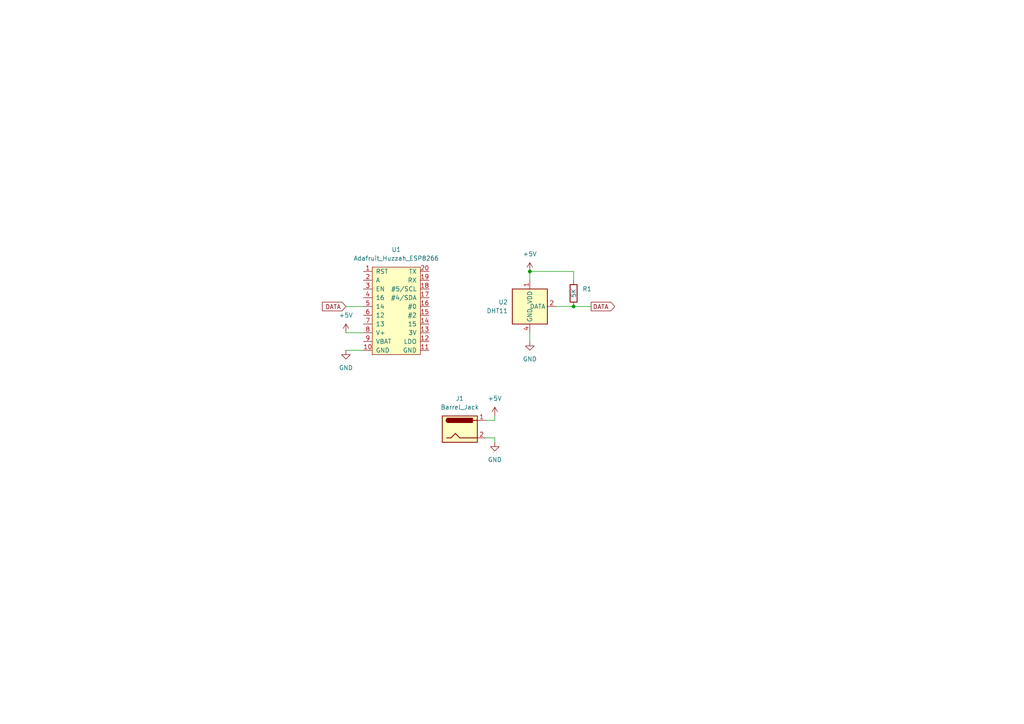
<source format=kicad_sch>
(kicad_sch (version 20250114) (generator "eeschema") (generator_version "9.0")
  (paper "A4")
  (lib_symbols
    (symbol "Connector:Barrel_Jack" (pin_names (offset 1.016))
      (property "Reference" "J" (at 0 5.334 0))
      (property "Value" "Barrel_Jack" (at 0 -5.08 0))
      (symbol "Barrel_Jack_0_1"
        (rectangle (start -5.08 3.81) (end 5.08 -3.81) (stroke (width 0.254)) (fill (type background)))
        (polyline (pts (xy -3.81 -2.54) (xy -2.54 -2.54) (xy -1.27 -1.27) (xy 0 -2.54) (xy 2.54 -2.54) (xy 5.08 -2.54)) (stroke (width 0.254)))
        (arc (start -3.302 1.905) (mid -3.9343 2.54) (end -3.302 3.175) (stroke (width 0.254)))
        (arc (start -3.302 1.905) (mid -3.9343 2.54) (end -3.302 3.175) (stroke (width 0.254)) (fill (type outline)))
        (rectangle (start 3.683 3.175) (end -3.302 1.905) (stroke (width 0.254)) (fill (type outline)))
        (polyline (pts (xy 5.08 2.54) (xy 3.81 2.54)) (stroke (width 0.254)))
      )
      (symbol "Barrel_Jack_1_1"
        (pin passive line (at 7.62 2.54 180) (length 2.54) (name "~") (number "1"))
        (pin passive line (at 7.62 -2.54 180) (length 2.54) (name "~") (number "2"))
      )
    )
    (symbol "Device:R" (pin_numbers (hide yes)) (pin_names (offset 0))
      (property "Reference" "R" (at 2.032 0 90))
      (property "Value" "R" (at 0 0 90))
      (symbol "R_0_1"
        (rectangle (start -1.016 -2.54) (end 1.016 2.54) (stroke (width 0.254)))
      )
      (symbol "R_1_1"
        (pin passive line (at 0 3.81 270) (length 1.27) (name "~") (number "1"))
        (pin passive line (at 0 -3.81 90) (length 1.27) (name "~") (number "2"))
      )
    )
    (symbol "Sensor:DHT11"
      (property "Reference" "U" (at -3.81 6.35 0))
      (property "Value" "DHT11" (at 3.81 6.35 0))
      (symbol "DHT11_0_1"
        (rectangle (start -5.08 5.08) (end 5.08 -5.08) (stroke (width 0.254)) (fill (type background)))
      )
      (symbol "DHT11_1_1"
        (pin no_connect line (at -5.08 0 0) (length 2.54) (hide yes) (name "NC") (number "3"))
        (pin power_in line (at 0 7.62 270) (length 2.54) (name "VDD") (number "1"))
        (pin power_in line (at 0 -7.62 90) (length 2.54) (name "GND") (number "4"))
        (pin bidirectional line (at 7.62 0 180) (length 2.54) (name "DATA") (number "2"))
      )
    )
    (symbol "power:+5V" (power) (pin_numbers (hide yes)) (pin_names (offset 0) (hide yes))
      (property "Value" "+5V" (at 0 3.556 0))
      (symbol "+5V_0_1"
        (polyline (pts (xy -0.762 1.27) (xy 0 2.54)))
        (polyline (pts (xy 0 2.54) (xy 0.762 1.27)))
        (polyline (pts (xy 0 0) (xy 0 2.54)))
      )
      (symbol "+5V_1_1"
        (pin power_in line (at 0 0 90) (length 0) (name "~") (number "1"))
      )
    )
    (symbol "power:GND" (power) (pin_numbers (hide yes)) (pin_names (offset 0) (hide yes))
      (property "Value" "GND" (at 0 -3.81 0))
      (symbol "GND_0_1"
        (polyline (pts (xy 0 0) (xy 0 -1.27) (xy 1.27 -1.27) (xy 0 -2.54) (xy -1.27 -1.27) (xy 0 -1.27)))
      )
      (symbol "GND_1_1"
        (pin power_in line (at 0 0 270) (length 0) (name "~") (number "1"))
      )
    )
    (symbol "zgs:Adafruit_Huzzah_ESP8266" (pin_names (offset 1.016))
      (property "Reference" "U" (at 0 5.08 0))
      (property "Value" "Adafruit_Huzzah_ESP8266" (at -1.27 -25.4 0))
      (symbol "Adafruit_Huzzah_ESP8266_0_1"
        (rectangle (start -7.62 2.54) (end 6.35 -22.86) (fill (type background)))
      )
      (symbol "Adafruit_Huzzah_ESP8266_1_1"
        (pin input line (at -10.16 1.27 0) (length 2.54) (name "RST") (number "1"))
        (pin input line (at -10.16 -1.27 0) (length 2.54) (name "A") (number "2"))
        (pin input line (at -10.16 -3.81 0) (length 2.54) (name "EN") (number "3"))
        (pin input line (at -10.16 -6.35 0) (length 2.54) (name "16") (number "4"))
        (pin input line (at -10.16 -8.89 0) (length 2.54) (name "14") (number "5"))
        (pin input line (at -10.16 -11.43 0) (length 2.54) (name "12") (number "6"))
        (pin input line (at -10.16 -13.97 0) (length 2.54) (name "13") (number "7"))
        (pin input line (at -10.16 -16.51 0) (length 2.54) (name "V+") (number "8"))
        (pin input line (at -10.16 -19.05 0) (length 2.54) (name "VBAT") (number "9"))
        (pin input line (at -10.16 -21.59 0) (length 2.54) (name "GND") (number "10"))
        (pin input line (at 8.89 1.27 180) (length 2.54) (name "TX") (number "20"))
        (pin input line (at 8.89 -1.27 180) (length 2.54) (name "RX") (number "19"))
        (pin input line (at 8.89 -3.81 180) (length 2.54) (name "#5/SCL") (number "18"))
        (pin input line (at 8.89 -6.35 180) (length 2.54) (name "#4/SDA") (number "17"))
        (pin input line (at 8.89 -8.89 180) (length 2.54) (name "#0") (number "16"))
        (pin input line (at 8.89 -11.43 180) (length 2.54) (name "#2") (number "15"))
        (pin input line (at 8.89 -13.97 180) (length 2.54) (name "15") (number "14"))
        (pin input line (at 8.89 -16.51 180) (length 2.54) (name "3V") (number "13"))
        (pin input line (at 8.89 -19.05 180) (length 2.54) (name "LDO") (number "12"))
        (pin input line (at 8.89 -21.59 180) (length 2.54) (name "GND") (number "11"))
      )
    )
  )
  (junction (at 166.37 88.9))
  (junction (at 153.67 78.74))
  (wire (pts (xy 140.97 127) (xy 143.51 127)))
  (wire (pts (xy 100.33 88.9) (xy 105.41 88.9)))
  (wire (pts (xy 143.51 121.92) (xy 143.51 120.65)))
  (wire (pts (xy 140.97 121.92) (xy 143.51 121.92)))
  (wire (pts (xy 143.51 127) (xy 143.51 128.27)))
  (wire (pts (xy 100.33 96.52) (xy 105.41 96.52)))
  (wire (pts (xy 161.29 88.9) (xy 166.37 88.9)))
  (wire (pts (xy 153.67 96.52) (xy 153.67 99.06)))
  (wire (pts (xy 153.67 78.74) (xy 153.67 81.28)))
  (wire (pts (xy 100.33 101.6) (xy 105.41 101.6)))
  (wire (pts (xy 166.37 78.74) (xy 153.67 78.74)))
  (wire (pts (xy 166.37 81.28) (xy 166.37 78.74)))
  (wire (pts (xy 166.37 88.9) (xy 171.45 88.9)))
  (global_label "DATA" (shape output) (at 171.45 88.9 0) (property "Intersheetrefs" "${INTERSHEET_REFS}" (effects (hide yes))))
  (global_label "DATA" (shape input) (at 100.33 88.9 180) (property "Intersheetrefs" "${INTERSHEET_REFS}" (effects (hide yes))))
  (symbol (lib_id "power:GND") (at 100.33 101.6 0) (unit 1)
    (property "Reference" "#PWR05" (effects (hide yes)))
    (property "Value" "GND" (at 100.33 106.68 0))
    (property "Description" "Power symbol creates a global label with name \"GND\" , ground" (effects (hide yes)))
  )
  (symbol (lib_id "Device:R") (at 166.37 85.09 0) (unit 1)
    (property "Reference" "R1" (at 168.91 83.8199 0) (effects (justify left)))
    (property "Value" "5K" (at 166.37 86.36 90) (effects (justify left)))
    (property "Description" "Resistor" (effects (hide yes)))
  )
  (symbol (lib_id "Sensor:DHT11") (at 153.67 88.9 0) (unit 1)
    (property "Reference" "U2" (at 147.32 87.6299 0) (effects (justify right)))
    (property "Value" "DHT11" (at 147.32 90.1699 0) (effects (justify right)))
    (property "Footprint" "Sensor:Aosong_DHT11_5.5x12.0_P2.54mm" (effects (hide yes)))
    (property "Datasheet" "http://akizukidenshi.com/download/ds/aosong/DHT11.pdf" (effects (hide yes)))
    (property "Description" "3.3V to 5.5V, temperature and humidity module, DHT11" (effects (hide yes)))
  )
  (symbol (lib_id "zgs:Adafruit_Huzzah_ESP8266") (at 115.57 80.01 0) (unit 1)
    (property "Reference" "U1" (at 114.935 72.39 0))
    (property "Value" "Adafruit_Huzzah_ESP8266" (at 114.935 74.93 0))
  )
  (symbol (lib_id "power:+5V") (at 100.33 96.52 0) (unit 1)
    (property "Reference" "#PWR04" (effects (hide yes)))
    (property "Value" "+5V" (at 100.33 91.44 0))
    (property "Description" "Power symbol creates a global label with name \"+5V\"" (effects (hide yes)))
  )
  (symbol (lib_id "power:+5V") (at 143.51 120.65 0) (unit 1)
    (property "Reference" "#PWR03" (effects (hide yes)))
    (property "Value" "+5V" (at 143.51 115.57 0))
    (property "Description" "Power symbol creates a global label with name \"+5V\"" (effects (hide yes)))
  )
  (symbol (lib_id "power:GND") (at 153.67 99.06 0) (unit 1)
    (property "Reference" "#PWR01" (effects (hide yes)))
    (property "Value" "GND" (at 153.67 104.14 0))
    (property "Description" "Power symbol creates a global label with name \"GND\" , ground" (effects (hide yes)))
  )
  (symbol (lib_id "Connector:Barrel_Jack") (at 133.35 124.46 0) (unit 1)
    (property "Reference" "J1" (at 133.35 115.57 0))
    (property "Value" "Barrel_Jack" (at 133.35 118.11 0))
    (property "Description" "DC Barrel Jack" (effects (hide yes)))
  )
  (symbol (lib_id "power:GND") (at 143.51 128.27 0) (unit 1)
    (property "Reference" "#PWR02" (effects (hide yes)))
    (property "Value" "GND" (at 143.51 133.35 0))
    (property "Description" "Power symbol creates a global label with name \"GND\" , ground" (effects (hide yes)))
  )
  (symbol (lib_id "power:+5V") (at 153.67 78.74 0) (unit 1)
    (property "Reference" "#PWR06" (effects (hide yes)))
    (property "Value" "+5V" (at 153.67 73.66 0))
    (property "Description" "Power symbol creates a global label with name \"+5V\"" (effects (hide yes)))
  )
)
</source>
